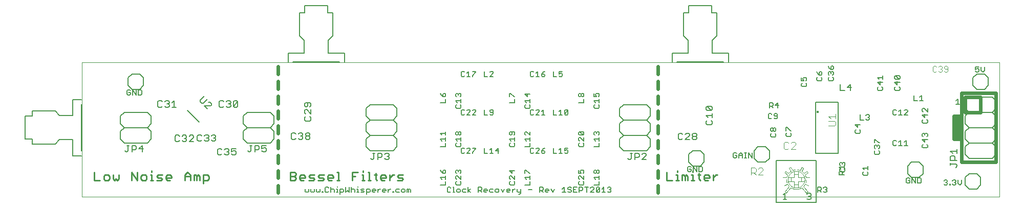
<source format=gbr>
G75*
%MOIN*%
%OFA0B0*%
%FSLAX24Y24*%
%IPPOS*%
%LPD*%
%AMOC8*
5,1,8,0,0,1.08239X$1,22.5*
%
%ADD10C,0.0000*%
%ADD11C,0.0240*%
%ADD12C,0.0060*%
%ADD13C,0.0110*%
%ADD14C,0.0080*%
%ADD15C,0.0157*%
%ADD16C,0.0040*%
%ADD17C,0.0020*%
%ADD18C,0.0050*%
%ADD19C,0.0030*%
D10*
X003851Y002794D02*
X003851Y011539D01*
X063593Y011539D01*
X063593Y002794D01*
X003851Y002794D01*
X003851Y005094D02*
X003851Y009494D01*
X016901Y011544D02*
X021301Y011544D01*
X041901Y011544D02*
X046301Y011544D01*
D11*
X041351Y011294D02*
X041351Y010804D01*
X041351Y010324D02*
X041351Y009834D01*
X041351Y009354D02*
X041351Y008864D01*
X041351Y008384D02*
X041351Y007894D01*
X041351Y007414D02*
X041351Y006924D01*
X041351Y006444D02*
X041351Y005954D01*
X041351Y005474D02*
X041351Y004984D01*
X041351Y004504D02*
X041351Y004014D01*
X041351Y003534D02*
X041351Y003044D01*
X060601Y006544D02*
X060601Y008044D01*
X060851Y008044D01*
X060851Y006544D01*
X060601Y006544D01*
X060851Y006544D02*
X061101Y006544D01*
X061101Y005044D01*
X063351Y005044D01*
X063351Y009544D01*
X061101Y009544D01*
X061101Y008044D01*
X061101Y006544D01*
X060976Y006669D02*
X060976Y007919D01*
X060851Y008044D02*
X061101Y008044D01*
X061351Y008294D02*
X061351Y009294D01*
X062351Y009294D01*
X062351Y008294D01*
X061351Y008294D01*
X016601Y008384D02*
X016601Y007894D01*
X016601Y007414D02*
X016601Y006924D01*
X016601Y006444D02*
X016601Y005954D01*
X016601Y005474D02*
X016601Y004984D01*
X016601Y004504D02*
X016601Y004014D01*
X016601Y003534D02*
X016601Y003044D01*
X016601Y008864D02*
X016601Y009354D01*
X016601Y009834D02*
X016601Y010324D01*
X016601Y010804D02*
X016601Y011294D01*
D12*
X007851Y010544D02*
X007851Y010044D01*
X007601Y009794D01*
X007101Y009794D01*
X006851Y010044D01*
X006851Y010544D01*
X007101Y010794D01*
X007601Y010794D01*
X007851Y010544D01*
X007682Y009765D02*
X007512Y009765D01*
X007512Y009424D01*
X007682Y009424D01*
X007739Y009481D01*
X007739Y009708D01*
X007682Y009765D01*
X007371Y009765D02*
X007371Y009424D01*
X007144Y009765D01*
X007144Y009424D01*
X007003Y009481D02*
X007003Y009595D01*
X006889Y009595D01*
X006776Y009708D02*
X006776Y009481D01*
X006832Y009424D01*
X006946Y009424D01*
X007003Y009481D01*
X007003Y009708D02*
X006946Y009765D01*
X006832Y009765D01*
X006776Y009708D01*
X006601Y008294D02*
X008101Y008294D01*
X008351Y008044D01*
X008351Y007544D01*
X008101Y007294D01*
X006601Y007294D01*
X006351Y007044D01*
X006351Y006544D01*
X006601Y006294D01*
X008101Y006294D01*
X008351Y006544D01*
X008351Y007044D01*
X008101Y007294D01*
X006601Y007294D02*
X006351Y007544D01*
X006351Y008044D01*
X006601Y008294D01*
X014351Y008044D02*
X014351Y007544D01*
X014601Y007294D01*
X016101Y007294D01*
X016351Y007044D01*
X016351Y006544D01*
X016101Y006294D01*
X014601Y006294D01*
X014351Y006544D01*
X014351Y007044D01*
X014601Y007294D01*
X016101Y007294D02*
X016351Y007544D01*
X016351Y008044D01*
X016101Y008294D01*
X014601Y008294D01*
X014351Y008044D01*
X022351Y008044D02*
X022601Y007794D01*
X024101Y007794D01*
X024351Y007544D01*
X024351Y007044D01*
X024101Y006794D01*
X024351Y006544D01*
X024351Y006044D01*
X024101Y005794D01*
X022601Y005794D01*
X022351Y006044D01*
X022351Y006544D01*
X022601Y006794D01*
X024101Y006794D01*
X022601Y006794D02*
X022351Y007044D01*
X022351Y007544D01*
X022601Y007794D01*
X022351Y008044D02*
X022351Y008544D01*
X022601Y008794D01*
X024101Y008794D01*
X024351Y008544D01*
X024351Y008044D01*
X024101Y007794D01*
X027180Y006919D02*
X027521Y006919D01*
X027521Y006806D02*
X027521Y007033D01*
X027294Y006806D02*
X027180Y006919D01*
X027521Y006665D02*
X027521Y006438D01*
X027521Y006551D02*
X027180Y006551D01*
X027294Y006438D01*
X027521Y006296D02*
X027521Y006069D01*
X027180Y006069D01*
X028180Y006126D02*
X028237Y006069D01*
X028464Y006069D01*
X028521Y006126D01*
X028521Y006240D01*
X028464Y006296D01*
X028521Y006438D02*
X028521Y006665D01*
X028521Y006551D02*
X028180Y006551D01*
X028294Y006438D01*
X028237Y006296D02*
X028180Y006240D01*
X028180Y006126D01*
X028531Y005908D02*
X028531Y005681D01*
X028587Y005624D01*
X028701Y005624D01*
X028757Y005681D01*
X028899Y005624D02*
X029126Y005851D01*
X029126Y005908D01*
X029069Y005965D01*
X028956Y005965D01*
X028899Y005908D01*
X028757Y005908D02*
X028701Y005965D01*
X028587Y005965D01*
X028531Y005908D01*
X029267Y005965D02*
X029494Y005965D01*
X029494Y005908D01*
X029267Y005681D01*
X029267Y005624D01*
X029126Y005624D02*
X028899Y005624D01*
X030031Y005624D02*
X030031Y005965D01*
X030399Y005851D02*
X030512Y005965D01*
X030512Y005624D01*
X030399Y005624D02*
X030626Y005624D01*
X030767Y005795D02*
X030994Y005795D01*
X030937Y005965D02*
X030767Y005795D01*
X030937Y005965D02*
X030937Y005624D01*
X030257Y005624D02*
X030031Y005624D01*
X031680Y006126D02*
X031737Y006069D01*
X031964Y006069D01*
X032021Y006126D01*
X032021Y006240D01*
X031964Y006296D01*
X032021Y006438D02*
X032021Y006665D01*
X032021Y006551D02*
X031680Y006551D01*
X031794Y006438D01*
X031737Y006296D02*
X031680Y006240D01*
X031680Y006126D01*
X032680Y006069D02*
X033021Y006069D01*
X033021Y006296D01*
X033021Y006438D02*
X033021Y006665D01*
X033021Y006551D02*
X032680Y006551D01*
X032794Y006438D01*
X032737Y006806D02*
X032680Y006863D01*
X032680Y006976D01*
X032737Y007033D01*
X032794Y007033D01*
X033021Y006806D01*
X033021Y007033D01*
X032021Y006976D02*
X032021Y006863D01*
X031964Y006806D01*
X031850Y006863D02*
X031850Y007033D01*
X031737Y007033D02*
X031964Y007033D01*
X032021Y006976D01*
X031850Y006863D02*
X031794Y006806D01*
X031737Y006806D01*
X031680Y006863D01*
X031680Y006976D01*
X031737Y007033D01*
X028521Y006976D02*
X028521Y006863D01*
X028464Y006806D01*
X028407Y006806D01*
X028350Y006863D01*
X028350Y006976D01*
X028407Y007033D01*
X028464Y007033D01*
X028521Y006976D01*
X028350Y006976D02*
X028294Y007033D01*
X028237Y007033D01*
X028180Y006976D01*
X028180Y006863D01*
X028237Y006806D01*
X028294Y006806D01*
X028350Y006863D01*
X033031Y005908D02*
X033031Y005681D01*
X033087Y005624D01*
X033201Y005624D01*
X033257Y005681D01*
X033399Y005624D02*
X033626Y005851D01*
X033626Y005908D01*
X033569Y005965D01*
X033456Y005965D01*
X033399Y005908D01*
X033257Y005908D02*
X033201Y005965D01*
X033087Y005965D01*
X033031Y005908D01*
X033399Y005624D02*
X033626Y005624D01*
X033767Y005681D02*
X033767Y005795D01*
X033937Y005795D01*
X033994Y005738D01*
X033994Y005681D01*
X033937Y005624D01*
X033824Y005624D01*
X033767Y005681D01*
X033767Y005795D02*
X033881Y005908D01*
X033994Y005965D01*
X034531Y005965D02*
X034531Y005624D01*
X034757Y005624D01*
X034899Y005624D02*
X035126Y005624D01*
X035012Y005624D02*
X035012Y005965D01*
X034899Y005851D01*
X035267Y005795D02*
X035381Y005851D01*
X035437Y005851D01*
X035494Y005795D01*
X035494Y005681D01*
X035437Y005624D01*
X035324Y005624D01*
X035267Y005681D01*
X035267Y005795D02*
X035267Y005965D01*
X035494Y005965D01*
X036180Y006126D02*
X036237Y006069D01*
X036464Y006069D01*
X036521Y006126D01*
X036521Y006240D01*
X036464Y006296D01*
X036521Y006438D02*
X036294Y006665D01*
X036237Y006665D01*
X036180Y006608D01*
X036180Y006494D01*
X036237Y006438D01*
X036237Y006296D02*
X036180Y006240D01*
X036180Y006126D01*
X036521Y006438D02*
X036521Y006665D01*
X036464Y006806D02*
X036237Y006806D01*
X036180Y006863D01*
X036180Y006976D01*
X036237Y007033D01*
X036464Y006806D01*
X036521Y006863D01*
X036521Y006976D01*
X036464Y007033D01*
X036237Y007033D01*
X037180Y006976D02*
X037180Y006863D01*
X037237Y006806D01*
X037350Y006919D02*
X037350Y006976D01*
X037407Y007033D01*
X037464Y007033D01*
X037521Y006976D01*
X037521Y006863D01*
X037464Y006806D01*
X037521Y006665D02*
X037521Y006438D01*
X037521Y006551D02*
X037180Y006551D01*
X037294Y006438D01*
X037521Y006296D02*
X037521Y006069D01*
X037180Y006069D01*
X038851Y006044D02*
X038851Y006544D01*
X039101Y006794D01*
X040601Y006794D01*
X040851Y006544D01*
X040851Y006044D01*
X040601Y005794D01*
X039101Y005794D01*
X038851Y006044D01*
X039101Y006794D02*
X038851Y007044D01*
X038851Y007544D01*
X039101Y007794D01*
X040601Y007794D01*
X040851Y007544D01*
X040851Y007044D01*
X040601Y006794D01*
X037350Y006976D02*
X037294Y007033D01*
X037237Y007033D01*
X037180Y006976D01*
X038851Y008044D02*
X039101Y007794D01*
X038851Y008044D02*
X038851Y008544D01*
X039101Y008794D01*
X040601Y008794D01*
X040851Y008544D01*
X040851Y008044D01*
X040601Y007794D01*
X037521Y008626D02*
X037464Y008569D01*
X037237Y008569D01*
X037180Y008626D01*
X037180Y008740D01*
X037237Y008796D01*
X037294Y008938D02*
X037180Y009051D01*
X037521Y009051D01*
X037521Y008938D02*
X037521Y009165D01*
X037464Y009306D02*
X037521Y009363D01*
X037521Y009476D01*
X037464Y009533D01*
X037350Y009533D01*
X037294Y009476D01*
X037294Y009419D01*
X037350Y009306D01*
X037180Y009306D01*
X037180Y009533D01*
X036521Y009476D02*
X036521Y009363D01*
X036464Y009306D01*
X036407Y009306D01*
X036350Y009363D01*
X036350Y009476D01*
X036407Y009533D01*
X036464Y009533D01*
X036521Y009476D01*
X036350Y009476D02*
X036294Y009533D01*
X036237Y009533D01*
X036180Y009476D01*
X036180Y009363D01*
X036237Y009306D01*
X036294Y009306D01*
X036350Y009363D01*
X036521Y009165D02*
X036521Y008938D01*
X036180Y008938D01*
X037464Y008796D02*
X037521Y008740D01*
X037521Y008626D01*
X035494Y008408D02*
X035267Y008181D01*
X035324Y008124D01*
X035437Y008124D01*
X035494Y008181D01*
X035494Y008408D01*
X035437Y008465D01*
X035324Y008465D01*
X035267Y008408D01*
X035267Y008181D01*
X035126Y008124D02*
X034899Y008124D01*
X035012Y008124D02*
X035012Y008465D01*
X034899Y008351D01*
X034531Y008465D02*
X034531Y008124D01*
X034757Y008124D01*
X033994Y008124D02*
X033767Y008124D01*
X033881Y008124D02*
X033881Y008465D01*
X033767Y008351D01*
X033626Y008351D02*
X033626Y008408D01*
X033569Y008465D01*
X033456Y008465D01*
X033399Y008408D01*
X033257Y008408D02*
X033201Y008465D01*
X033087Y008465D01*
X033031Y008408D01*
X033031Y008181D01*
X033087Y008124D01*
X033201Y008124D01*
X033257Y008181D01*
X033399Y008124D02*
X033626Y008351D01*
X033021Y008626D02*
X032964Y008569D01*
X032737Y008569D01*
X032680Y008626D01*
X032680Y008740D01*
X032737Y008796D01*
X032794Y008938D02*
X032680Y009051D01*
X033021Y009051D01*
X033021Y008938D02*
X033021Y009165D01*
X032850Y009306D02*
X032850Y009533D01*
X032680Y009476D02*
X032850Y009306D01*
X032680Y009476D02*
X033021Y009476D01*
X032021Y009306D02*
X031964Y009306D01*
X031737Y009533D01*
X031680Y009533D01*
X031680Y009306D01*
X032021Y009165D02*
X032021Y008938D01*
X031680Y008938D01*
X032964Y008796D02*
X033021Y008740D01*
X033021Y008626D01*
X030626Y008408D02*
X030626Y008181D01*
X030569Y008124D01*
X030456Y008124D01*
X030399Y008181D01*
X030456Y008295D02*
X030626Y008295D01*
X030626Y008408D02*
X030569Y008465D01*
X030456Y008465D01*
X030399Y008408D01*
X030399Y008351D01*
X030456Y008295D01*
X030257Y008124D02*
X030031Y008124D01*
X030031Y008465D01*
X029494Y008408D02*
X029437Y008465D01*
X029324Y008465D01*
X029267Y008408D01*
X029126Y008408D02*
X029069Y008465D01*
X028956Y008465D01*
X028899Y008408D01*
X028757Y008408D02*
X028701Y008465D01*
X028587Y008465D01*
X028531Y008408D01*
X028531Y008181D01*
X028587Y008124D01*
X028701Y008124D01*
X028757Y008181D01*
X028899Y008124D02*
X029126Y008351D01*
X029126Y008408D01*
X029267Y008124D02*
X029494Y008351D01*
X029494Y008408D01*
X029494Y008124D02*
X029267Y008124D01*
X029126Y008124D02*
X028899Y008124D01*
X028464Y008569D02*
X028521Y008626D01*
X028521Y008740D01*
X028464Y008796D01*
X028521Y008938D02*
X028521Y009165D01*
X028521Y009051D02*
X028180Y009051D01*
X028294Y008938D01*
X028237Y008796D02*
X028180Y008740D01*
X028180Y008626D01*
X028237Y008569D01*
X028464Y008569D01*
X027521Y008938D02*
X027180Y008938D01*
X027521Y008938D02*
X027521Y009165D01*
X027464Y009306D02*
X027350Y009306D01*
X027350Y009476D01*
X027407Y009533D01*
X027464Y009533D01*
X027521Y009476D01*
X027521Y009363D01*
X027464Y009306D01*
X027350Y009306D02*
X027237Y009419D01*
X027180Y009533D01*
X028180Y009476D02*
X028180Y009363D01*
X028237Y009306D01*
X028350Y009419D02*
X028350Y009476D01*
X028407Y009533D01*
X028464Y009533D01*
X028521Y009476D01*
X028521Y009363D01*
X028464Y009306D01*
X028350Y009476D02*
X028294Y009533D01*
X028237Y009533D01*
X028180Y009476D01*
X028587Y010624D02*
X028701Y010624D01*
X028757Y010681D01*
X028899Y010624D02*
X029126Y010624D01*
X029012Y010624D02*
X029012Y010965D01*
X028899Y010851D01*
X028757Y010908D02*
X028701Y010965D01*
X028587Y010965D01*
X028531Y010908D01*
X028531Y010681D01*
X028587Y010624D01*
X029267Y010624D02*
X029267Y010681D01*
X029494Y010908D01*
X029494Y010965D01*
X029267Y010965D01*
X030031Y010965D02*
X030031Y010624D01*
X030257Y010624D01*
X030399Y010624D02*
X030626Y010851D01*
X030626Y010908D01*
X030569Y010965D01*
X030456Y010965D01*
X030399Y010908D01*
X030399Y010624D02*
X030626Y010624D01*
X033031Y010681D02*
X033087Y010624D01*
X033201Y010624D01*
X033257Y010681D01*
X033399Y010624D02*
X033626Y010624D01*
X033512Y010624D02*
X033512Y010965D01*
X033399Y010851D01*
X033257Y010908D02*
X033201Y010965D01*
X033087Y010965D01*
X033031Y010908D01*
X033031Y010681D01*
X033767Y010681D02*
X033824Y010624D01*
X033937Y010624D01*
X033994Y010681D01*
X033994Y010738D01*
X033937Y010795D01*
X033767Y010795D01*
X033767Y010681D01*
X033767Y010795D02*
X033881Y010908D01*
X033994Y010965D01*
X034531Y010965D02*
X034531Y010624D01*
X034757Y010624D01*
X034899Y010681D02*
X034956Y010624D01*
X035069Y010624D01*
X035126Y010681D01*
X035126Y010795D01*
X035069Y010851D01*
X035012Y010851D01*
X034899Y010795D01*
X034899Y010965D01*
X035126Y010965D01*
X033626Y008124D02*
X033399Y008124D01*
X043351Y005544D02*
X043601Y005794D01*
X044101Y005794D01*
X044351Y005544D01*
X044351Y005044D01*
X044101Y004794D01*
X043601Y004794D01*
X043351Y005044D01*
X043351Y005544D01*
X046256Y005608D02*
X046256Y005381D01*
X046312Y005324D01*
X046426Y005324D01*
X046482Y005381D01*
X046482Y005495D01*
X046369Y005495D01*
X046256Y005608D02*
X046312Y005665D01*
X046426Y005665D01*
X046482Y005608D01*
X046624Y005551D02*
X046737Y005665D01*
X046851Y005551D01*
X046851Y005324D01*
X046992Y005324D02*
X047106Y005324D01*
X047049Y005324D02*
X047049Y005665D01*
X046992Y005665D02*
X047106Y005665D01*
X047238Y005665D02*
X047465Y005324D01*
X047465Y005665D01*
X047601Y005794D02*
X047851Y006044D01*
X048351Y006044D01*
X048601Y005794D01*
X048601Y005294D01*
X048351Y005044D01*
X047851Y005044D01*
X047601Y005294D01*
X047601Y005794D01*
X047238Y005665D02*
X047238Y005324D01*
X046851Y005495D02*
X046624Y005495D01*
X046624Y005551D02*
X046624Y005324D01*
X049051Y005160D02*
X049051Y002408D01*
X051650Y002408D01*
X051650Y005160D01*
X049051Y005160D01*
X053130Y004706D02*
X053244Y004593D01*
X053180Y004608D02*
X053180Y004494D01*
X053237Y004438D01*
X053464Y004438D01*
X053521Y004494D01*
X053521Y004608D01*
X053464Y004665D01*
X053471Y004706D02*
X053130Y004706D01*
X053180Y004608D02*
X053237Y004665D01*
X053237Y004806D02*
X053180Y004863D01*
X053180Y004976D01*
X053237Y005033D01*
X053294Y005033D01*
X053350Y004976D01*
X053407Y005033D01*
X053464Y005033D01*
X053521Y004976D01*
X053521Y004863D01*
X053464Y004806D01*
X053471Y004820D02*
X053471Y004593D01*
X053471Y004451D02*
X053357Y004338D01*
X053357Y004395D02*
X053357Y004224D01*
X053471Y004224D02*
X053130Y004224D01*
X053130Y004395D01*
X053187Y004451D01*
X053300Y004451D01*
X053357Y004395D01*
X054680Y004358D02*
X054680Y004244D01*
X054737Y004188D01*
X054964Y004188D01*
X055021Y004244D01*
X055021Y004358D01*
X054964Y004415D01*
X055021Y004556D02*
X055021Y004783D01*
X055021Y004669D02*
X054680Y004669D01*
X054794Y004556D01*
X054737Y004415D02*
X054680Y004358D01*
X053350Y004919D02*
X053350Y004976D01*
X055430Y005626D02*
X055487Y005569D01*
X055714Y005569D01*
X055771Y005626D01*
X055771Y005740D01*
X055714Y005796D01*
X055714Y005938D02*
X055771Y005994D01*
X055771Y006108D01*
X055714Y006165D01*
X055657Y006165D01*
X055600Y006108D01*
X055600Y006051D01*
X055600Y006108D02*
X055544Y006165D01*
X055487Y006165D01*
X055430Y006108D01*
X055430Y005994D01*
X055487Y005938D01*
X055487Y005796D02*
X055430Y005740D01*
X055430Y005626D01*
X056656Y006181D02*
X056712Y006124D01*
X056826Y006124D01*
X056882Y006181D01*
X057024Y006124D02*
X057251Y006124D01*
X057137Y006124D02*
X057137Y006465D01*
X057024Y006351D01*
X056882Y006408D02*
X056826Y006465D01*
X056712Y006465D01*
X056656Y006408D01*
X056656Y006181D01*
X055771Y006306D02*
X055714Y006306D01*
X055487Y006533D01*
X055430Y006533D01*
X055430Y006306D01*
X057392Y006351D02*
X057506Y006465D01*
X057506Y006124D01*
X057619Y006124D02*
X057392Y006124D01*
X058555Y006145D02*
X058555Y006031D01*
X058612Y005974D01*
X058839Y005974D01*
X058896Y006031D01*
X058896Y006145D01*
X058839Y006201D01*
X058725Y006343D02*
X058725Y006570D01*
X058555Y006513D02*
X058896Y006513D01*
X058839Y006711D02*
X058896Y006768D01*
X058896Y006881D01*
X058839Y006938D01*
X058782Y006938D01*
X058725Y006881D01*
X058725Y006824D01*
X058725Y006881D02*
X058669Y006938D01*
X058612Y006938D01*
X058555Y006881D01*
X058555Y006768D01*
X058612Y006711D01*
X058555Y006513D02*
X058725Y006343D01*
X058612Y006201D02*
X058555Y006145D01*
X061351Y006044D02*
X061351Y005544D01*
X061601Y005294D01*
X063101Y005294D01*
X063351Y005544D01*
X063351Y006044D01*
X063101Y006294D01*
X061601Y006294D01*
X061351Y006044D01*
X061601Y006294D02*
X061351Y006544D01*
X061351Y007044D01*
X061601Y007294D01*
X063101Y007294D01*
X063351Y007044D01*
X063351Y006544D01*
X063101Y006294D01*
X063101Y007294D02*
X063351Y007544D01*
X063351Y008044D01*
X063101Y008294D01*
X061601Y008294D01*
X061351Y008044D01*
X061351Y007544D01*
X061601Y007294D01*
X058896Y007656D02*
X058896Y007770D01*
X058839Y007826D01*
X058896Y007656D02*
X058839Y007599D01*
X058612Y007599D01*
X058555Y007656D01*
X058555Y007770D01*
X058612Y007826D01*
X058725Y007968D02*
X058725Y008195D01*
X058555Y008138D02*
X058725Y007968D01*
X058555Y008138D02*
X058896Y008138D01*
X058896Y008336D02*
X058669Y008563D01*
X058612Y008563D01*
X058555Y008506D01*
X058555Y008393D01*
X058612Y008336D01*
X058896Y008336D02*
X058896Y008563D01*
X057619Y008408D02*
X057562Y008465D01*
X057449Y008465D01*
X057392Y008408D01*
X057619Y008408D02*
X057619Y008351D01*
X057392Y008124D01*
X057619Y008124D01*
X057251Y008124D02*
X057024Y008124D01*
X057137Y008124D02*
X057137Y008465D01*
X057024Y008351D01*
X056882Y008408D02*
X056826Y008465D01*
X056712Y008465D01*
X056656Y008408D01*
X056656Y008181D01*
X056712Y008124D01*
X056826Y008124D01*
X056882Y008181D01*
X055114Y008083D02*
X055114Y008026D01*
X055057Y007970D01*
X055114Y007913D01*
X055114Y007856D01*
X055057Y007799D01*
X054944Y007799D01*
X054887Y007856D01*
X054746Y007799D02*
X054519Y007799D01*
X054519Y008140D01*
X054887Y008083D02*
X054944Y008140D01*
X055057Y008140D01*
X055114Y008083D01*
X055057Y007970D02*
X055001Y007970D01*
X054521Y007476D02*
X054180Y007476D01*
X054350Y007306D01*
X054350Y007533D01*
X054237Y007165D02*
X054180Y007108D01*
X054180Y006994D01*
X054237Y006938D01*
X054464Y006938D01*
X054521Y006994D01*
X054521Y007108D01*
X054464Y007165D01*
X050021Y007093D02*
X049964Y007093D01*
X049737Y007320D01*
X049680Y007320D01*
X049680Y007093D01*
X049737Y006951D02*
X049680Y006895D01*
X049680Y006781D01*
X049737Y006724D01*
X049964Y006724D01*
X050021Y006781D01*
X050021Y006895D01*
X049964Y006951D01*
X049021Y006858D02*
X049021Y006744D01*
X048964Y006688D01*
X048737Y006688D01*
X048680Y006744D01*
X048680Y006858D01*
X048737Y006915D01*
X048737Y007056D02*
X048794Y007056D01*
X048850Y007113D01*
X048850Y007226D01*
X048907Y007283D01*
X048964Y007283D01*
X049021Y007226D01*
X049021Y007113D01*
X048964Y007056D01*
X048907Y007056D01*
X048850Y007113D01*
X048850Y007226D02*
X048794Y007283D01*
X048737Y007283D01*
X048680Y007226D01*
X048680Y007113D01*
X048737Y007056D01*
X048964Y006915D02*
X049021Y006858D01*
X049069Y007874D02*
X048956Y007874D01*
X048899Y007931D01*
X048956Y008045D02*
X049126Y008045D01*
X049126Y008158D02*
X049069Y008215D01*
X048956Y008215D01*
X048899Y008158D01*
X048899Y008101D01*
X048956Y008045D01*
X049126Y007931D02*
X049126Y008158D01*
X049126Y007931D02*
X049069Y007874D01*
X048757Y007931D02*
X048701Y007874D01*
X048587Y007874D01*
X048531Y007931D01*
X048531Y008158D01*
X048587Y008215D01*
X048701Y008215D01*
X048757Y008158D01*
X048846Y008574D02*
X048732Y008688D01*
X048789Y008688D02*
X048619Y008688D01*
X048619Y008574D02*
X048619Y008915D01*
X048789Y008915D01*
X048846Y008858D01*
X048846Y008745D01*
X048789Y008688D01*
X048987Y008745D02*
X049214Y008745D01*
X049157Y008915D02*
X049157Y008574D01*
X048987Y008745D02*
X049157Y008915D01*
X050680Y010031D02*
X050737Y009974D01*
X050964Y009974D01*
X051021Y010031D01*
X051021Y010145D01*
X050964Y010201D01*
X050964Y010343D02*
X051021Y010399D01*
X051021Y010513D01*
X050964Y010570D01*
X050850Y010570D01*
X050794Y010513D01*
X050794Y010456D01*
X050850Y010343D01*
X050680Y010343D01*
X050680Y010570D01*
X050737Y010201D02*
X050680Y010145D01*
X050680Y010031D01*
X051680Y010406D02*
X051737Y010349D01*
X051964Y010349D01*
X052021Y010406D01*
X052021Y010520D01*
X051964Y010576D01*
X051964Y010718D02*
X052021Y010774D01*
X052021Y010888D01*
X051964Y010945D01*
X051907Y010945D01*
X051850Y010888D01*
X051850Y010718D01*
X051964Y010718D01*
X051850Y010718D02*
X051737Y010831D01*
X051680Y010945D01*
X052430Y010888D02*
X052487Y010945D01*
X052544Y010945D01*
X052600Y010888D01*
X052657Y010945D01*
X052714Y010945D01*
X052771Y010888D01*
X052771Y010774D01*
X052714Y010718D01*
X052714Y010576D02*
X052771Y010520D01*
X052771Y010406D01*
X052714Y010349D01*
X052487Y010349D01*
X052430Y010406D01*
X052430Y010520D01*
X052487Y010576D01*
X052487Y010718D02*
X052430Y010774D01*
X052430Y010888D01*
X052600Y010888D02*
X052600Y010831D01*
X052600Y011086D02*
X052600Y011256D01*
X052657Y011313D01*
X052714Y011313D01*
X052771Y011256D01*
X052771Y011143D01*
X052714Y011086D01*
X052600Y011086D01*
X052487Y011199D01*
X052430Y011313D01*
X051737Y010576D02*
X051680Y010520D01*
X051680Y010406D01*
X055630Y010258D02*
X055800Y010088D01*
X055800Y010315D01*
X055744Y010456D02*
X055630Y010569D01*
X055971Y010569D01*
X055971Y010456D02*
X055971Y010683D01*
X056755Y010626D02*
X056755Y010513D01*
X056812Y010456D01*
X057039Y010456D01*
X056812Y010683D01*
X057039Y010683D01*
X057096Y010626D01*
X057096Y010513D01*
X057039Y010456D01*
X056925Y010315D02*
X056925Y010088D01*
X056755Y010258D01*
X057096Y010258D01*
X057039Y009946D02*
X057096Y009890D01*
X057096Y009776D01*
X057039Y009719D01*
X056812Y009719D01*
X056755Y009776D01*
X056755Y009890D01*
X056812Y009946D01*
X055971Y009890D02*
X055971Y009776D01*
X055914Y009719D01*
X055687Y009719D01*
X055630Y009776D01*
X055630Y009890D01*
X055687Y009946D01*
X055914Y009946D02*
X055971Y009890D01*
X055971Y010258D02*
X055630Y010258D01*
X056755Y010626D02*
X056812Y010683D01*
X061851Y010544D02*
X061851Y010044D01*
X062101Y009794D01*
X062601Y009794D01*
X062851Y010044D01*
X062851Y010544D01*
X062601Y010794D01*
X062101Y010794D01*
X061851Y010544D01*
X062076Y010924D02*
X062019Y010981D01*
X062076Y010924D02*
X062189Y010924D01*
X062246Y010981D01*
X062246Y011095D01*
X062189Y011151D01*
X062132Y011151D01*
X062019Y011095D01*
X062019Y011265D01*
X062246Y011265D01*
X062387Y011265D02*
X062387Y011038D01*
X062501Y010924D01*
X062614Y011038D01*
X062614Y011265D01*
X063101Y009294D02*
X061601Y009294D01*
X061351Y009044D01*
X061351Y008544D01*
X061601Y008294D01*
X063101Y008294D02*
X063351Y008544D01*
X063351Y009044D01*
X063101Y009294D01*
X060982Y008824D02*
X060756Y008824D01*
X060869Y008824D02*
X060869Y009165D01*
X060756Y009051D01*
X058614Y009049D02*
X058387Y009049D01*
X058501Y009049D02*
X058501Y009390D01*
X058387Y009276D01*
X058019Y009390D02*
X058019Y009049D01*
X058246Y009049D01*
X058351Y005044D02*
X057851Y005044D01*
X057601Y004794D01*
X057601Y004294D01*
X057851Y004044D01*
X058351Y004044D01*
X058601Y004294D01*
X058601Y004794D01*
X058351Y005044D01*
X061351Y004044D02*
X061601Y004294D01*
X062101Y004294D01*
X062351Y004044D01*
X062351Y003544D01*
X062101Y003294D01*
X061601Y003294D01*
X061351Y003544D01*
X061351Y004044D01*
X061114Y003890D02*
X061114Y003663D01*
X061001Y003549D01*
X060887Y003663D01*
X060887Y003890D01*
X060746Y003833D02*
X060689Y003890D01*
X060576Y003890D01*
X060519Y003833D01*
X060632Y003720D02*
X060689Y003720D01*
X060746Y003663D01*
X060746Y003606D01*
X060689Y003549D01*
X060576Y003549D01*
X060519Y003606D01*
X060392Y003606D02*
X060392Y003549D01*
X060335Y003549D01*
X060335Y003606D01*
X060392Y003606D01*
X060193Y003606D02*
X060137Y003549D01*
X060023Y003549D01*
X059967Y003606D01*
X060080Y003720D02*
X060137Y003720D01*
X060193Y003663D01*
X060193Y003606D01*
X060137Y003720D02*
X060193Y003776D01*
X060193Y003833D01*
X060137Y003890D01*
X060023Y003890D01*
X059967Y003833D01*
X060689Y003720D02*
X060746Y003776D01*
X060746Y003833D01*
X058489Y003731D02*
X058432Y003674D01*
X058262Y003674D01*
X058262Y004015D01*
X058432Y004015D01*
X058489Y003958D01*
X058489Y003731D01*
X058121Y003674D02*
X058121Y004015D01*
X057894Y004015D02*
X058121Y003674D01*
X057894Y003674D02*
X057894Y004015D01*
X057753Y003958D02*
X057696Y004015D01*
X057582Y004015D01*
X057526Y003958D01*
X057526Y003731D01*
X057582Y003674D01*
X057696Y003674D01*
X057753Y003731D01*
X057753Y003845D01*
X057639Y003845D01*
X052351Y003358D02*
X052351Y003301D01*
X052294Y003245D01*
X052351Y003188D01*
X052351Y003131D01*
X052294Y003074D01*
X052181Y003074D01*
X052124Y003131D01*
X051982Y003074D02*
X051869Y003188D01*
X051926Y003188D02*
X051756Y003188D01*
X051756Y003074D02*
X051756Y003415D01*
X051926Y003415D01*
X051982Y003358D01*
X051982Y003245D01*
X051926Y003188D01*
X052124Y003358D02*
X052181Y003415D01*
X052294Y003415D01*
X052351Y003358D01*
X052294Y003245D02*
X052237Y003245D01*
X044239Y004481D02*
X044182Y004424D01*
X044012Y004424D01*
X044012Y004765D01*
X044182Y004765D01*
X044239Y004708D01*
X044239Y004481D01*
X043871Y004424D02*
X043871Y004765D01*
X043644Y004765D02*
X043871Y004424D01*
X043644Y004424D02*
X043644Y004765D01*
X043503Y004708D02*
X043446Y004765D01*
X043332Y004765D01*
X043276Y004708D01*
X043276Y004481D01*
X043332Y004424D01*
X043446Y004424D01*
X043503Y004481D01*
X043503Y004595D01*
X043389Y004595D01*
X038293Y003358D02*
X038293Y003301D01*
X038236Y003245D01*
X038293Y003188D01*
X038293Y003131D01*
X038236Y003074D01*
X038123Y003074D01*
X038066Y003131D01*
X037925Y003074D02*
X037698Y003074D01*
X037811Y003074D02*
X037811Y003415D01*
X037698Y003301D01*
X037556Y003358D02*
X037330Y003131D01*
X037386Y003074D01*
X037500Y003074D01*
X037556Y003131D01*
X037556Y003358D01*
X037500Y003415D01*
X037386Y003415D01*
X037330Y003358D01*
X037330Y003131D01*
X037188Y003074D02*
X036961Y003074D01*
X037188Y003301D01*
X037188Y003358D01*
X037131Y003415D01*
X037018Y003415D01*
X036961Y003358D01*
X036820Y003415D02*
X036593Y003415D01*
X036706Y003415D02*
X036706Y003074D01*
X036451Y003245D02*
X036395Y003188D01*
X036225Y003188D01*
X036225Y003074D02*
X036225Y003415D01*
X036395Y003415D01*
X036451Y003358D01*
X036451Y003245D01*
X036083Y003415D02*
X035856Y003415D01*
X035856Y003074D01*
X036083Y003074D01*
X035715Y003131D02*
X035658Y003074D01*
X035545Y003074D01*
X035488Y003131D01*
X035545Y003245D02*
X035658Y003245D01*
X035715Y003188D01*
X035715Y003131D01*
X035856Y003245D02*
X035970Y003245D01*
X035715Y003358D02*
X035658Y003415D01*
X035545Y003415D01*
X035488Y003358D01*
X035488Y003301D01*
X035545Y003245D01*
X035233Y003415D02*
X035120Y003301D01*
X035233Y003415D02*
X035233Y003074D01*
X035120Y003074D02*
X035347Y003074D01*
X034610Y003301D02*
X034496Y003074D01*
X034383Y003301D01*
X034242Y003245D02*
X034242Y003188D01*
X034015Y003188D01*
X034015Y003131D02*
X034015Y003245D01*
X034071Y003301D01*
X034185Y003301D01*
X034242Y003245D01*
X034071Y003074D02*
X034015Y003131D01*
X034071Y003074D02*
X034185Y003074D01*
X033873Y003074D02*
X033760Y003188D01*
X033817Y003188D02*
X033646Y003188D01*
X033646Y003074D02*
X033646Y003415D01*
X033817Y003415D01*
X033873Y003358D01*
X033873Y003245D01*
X033817Y003188D01*
X033137Y003245D02*
X032910Y003245D01*
X032400Y003301D02*
X032400Y003018D01*
X032343Y002961D01*
X032287Y002961D01*
X032230Y003074D02*
X032400Y003074D01*
X032230Y003074D02*
X032173Y003131D01*
X032173Y003301D01*
X032036Y003301D02*
X031980Y003301D01*
X031866Y003188D01*
X031866Y003301D02*
X031866Y003074D01*
X031725Y003188D02*
X031498Y003188D01*
X031498Y003131D02*
X031498Y003245D01*
X031555Y003301D01*
X031668Y003301D01*
X031725Y003245D01*
X031725Y003188D01*
X031668Y003074D02*
X031555Y003074D01*
X031498Y003131D01*
X031356Y003301D02*
X031243Y003074D01*
X031130Y003301D01*
X030988Y003245D02*
X030931Y003301D01*
X030818Y003301D01*
X030761Y003245D01*
X030761Y003131D01*
X030818Y003074D01*
X030931Y003074D01*
X030988Y003131D01*
X030988Y003245D01*
X030620Y003301D02*
X030450Y003301D01*
X030393Y003245D01*
X030393Y003131D01*
X030450Y003074D01*
X030620Y003074D01*
X030252Y003188D02*
X030025Y003188D01*
X030025Y003131D02*
X030025Y003245D01*
X030081Y003301D01*
X030195Y003301D01*
X030252Y003245D01*
X030252Y003188D01*
X030195Y003074D02*
X030081Y003074D01*
X030025Y003131D01*
X029883Y003074D02*
X029770Y003188D01*
X029827Y003188D02*
X029656Y003188D01*
X029656Y003074D02*
X029656Y003415D01*
X029827Y003415D01*
X029883Y003358D01*
X029883Y003245D01*
X029827Y003188D01*
X029151Y003301D02*
X028981Y003188D01*
X029151Y003074D01*
X028981Y003074D02*
X028981Y003415D01*
X028840Y003301D02*
X028670Y003301D01*
X028613Y003245D01*
X028613Y003131D01*
X028670Y003074D01*
X028840Y003074D01*
X028471Y003131D02*
X028471Y003245D01*
X028415Y003301D01*
X028301Y003301D01*
X028244Y003245D01*
X028244Y003131D01*
X028301Y003074D01*
X028415Y003074D01*
X028471Y003131D01*
X028112Y003074D02*
X027999Y003074D01*
X028056Y003074D02*
X028056Y003415D01*
X027999Y003415D01*
X027857Y003358D02*
X027801Y003415D01*
X027687Y003415D01*
X027631Y003358D01*
X027631Y003131D01*
X027687Y003074D01*
X027801Y003074D01*
X027857Y003131D01*
X027521Y003569D02*
X027180Y003569D01*
X027521Y003569D02*
X027521Y003796D01*
X027521Y003938D02*
X027521Y004165D01*
X027521Y004051D02*
X027180Y004051D01*
X027294Y003938D01*
X027350Y004306D02*
X027350Y004476D01*
X027407Y004533D01*
X027464Y004533D01*
X027521Y004476D01*
X027521Y004363D01*
X027464Y004306D01*
X027350Y004306D01*
X027237Y004419D01*
X027180Y004533D01*
X028180Y004476D02*
X028180Y004363D01*
X028237Y004306D01*
X028237Y004165D02*
X028180Y004108D01*
X028180Y003994D01*
X028237Y003938D01*
X028237Y003796D02*
X028180Y003740D01*
X028180Y003626D01*
X028237Y003569D01*
X028464Y003569D01*
X028521Y003626D01*
X028521Y003740D01*
X028464Y003796D01*
X028521Y003938D02*
X028294Y004165D01*
X028237Y004165D01*
X028464Y004306D02*
X028521Y004363D01*
X028521Y004476D01*
X028464Y004533D01*
X028407Y004533D01*
X028350Y004476D01*
X028350Y004419D01*
X028350Y004476D02*
X028294Y004533D01*
X028237Y004533D01*
X028180Y004476D01*
X028521Y004165D02*
X028521Y003938D01*
X031680Y003994D02*
X031737Y003938D01*
X031680Y003994D02*
X031680Y004108D01*
X031737Y004165D01*
X031794Y004165D01*
X032021Y003938D01*
X032021Y004165D01*
X031850Y004306D02*
X031850Y004533D01*
X031680Y004476D02*
X032021Y004476D01*
X031850Y004306D02*
X031680Y004476D01*
X032680Y004533D02*
X032680Y004306D01*
X032737Y004533D02*
X032964Y004306D01*
X033021Y004306D01*
X033021Y004165D02*
X033021Y003938D01*
X033021Y004051D02*
X032680Y004051D01*
X032794Y003938D01*
X033021Y003796D02*
X033021Y003569D01*
X032680Y003569D01*
X032021Y003626D02*
X032021Y003740D01*
X031964Y003796D01*
X032021Y003626D02*
X031964Y003569D01*
X031737Y003569D01*
X031680Y003626D01*
X031680Y003740D01*
X031737Y003796D01*
X032680Y004533D02*
X032737Y004533D01*
X036180Y004533D02*
X036180Y004306D01*
X036350Y004306D01*
X036294Y004419D01*
X036294Y004476D01*
X036350Y004533D01*
X036464Y004533D01*
X036521Y004476D01*
X036521Y004363D01*
X036464Y004306D01*
X036521Y004165D02*
X036521Y003938D01*
X036294Y004165D01*
X036237Y004165D01*
X036180Y004108D01*
X036180Y003994D01*
X036237Y003938D01*
X036237Y003796D02*
X036180Y003740D01*
X036180Y003626D01*
X036237Y003569D01*
X036464Y003569D01*
X036521Y003626D01*
X036521Y003740D01*
X036464Y003796D01*
X037180Y003569D02*
X037521Y003569D01*
X037521Y003796D01*
X037521Y003938D02*
X037521Y004165D01*
X037521Y004051D02*
X037180Y004051D01*
X037294Y003938D01*
X037294Y004306D02*
X037237Y004306D01*
X037180Y004363D01*
X037180Y004476D01*
X037237Y004533D01*
X037294Y004533D01*
X037350Y004476D01*
X037350Y004363D01*
X037294Y004306D01*
X037350Y004363D02*
X037407Y004306D01*
X037464Y004306D01*
X037521Y004363D01*
X037521Y004476D01*
X037464Y004533D01*
X037407Y004533D01*
X037350Y004476D01*
X038123Y003415D02*
X038236Y003415D01*
X038293Y003358D01*
X038236Y003245D02*
X038180Y003245D01*
X038066Y003358D02*
X038123Y003415D01*
X025237Y003245D02*
X025237Y003074D01*
X025124Y003074D02*
X025124Y003245D01*
X025180Y003301D01*
X025237Y003245D01*
X025124Y003245D02*
X025067Y003301D01*
X025010Y003301D01*
X025010Y003074D01*
X024869Y003131D02*
X024869Y003245D01*
X024812Y003301D01*
X024699Y003301D01*
X024642Y003245D01*
X024642Y003131D01*
X024699Y003074D01*
X024812Y003074D01*
X024869Y003131D01*
X024501Y003074D02*
X024330Y003074D01*
X024274Y003131D01*
X024274Y003245D01*
X024330Y003301D01*
X024501Y003301D01*
X024146Y003131D02*
X024146Y003074D01*
X024090Y003074D01*
X024090Y003131D01*
X024146Y003131D01*
X023953Y003301D02*
X023896Y003301D01*
X023783Y003188D01*
X023783Y003301D02*
X023783Y003074D01*
X023641Y003188D02*
X023414Y003188D01*
X023414Y003131D02*
X023414Y003245D01*
X023471Y003301D01*
X023584Y003301D01*
X023641Y003245D01*
X023641Y003188D01*
X023584Y003074D02*
X023471Y003074D01*
X023414Y003131D01*
X023277Y003301D02*
X023221Y003301D01*
X023107Y003188D01*
X023107Y003301D02*
X023107Y003074D01*
X022966Y003188D02*
X022739Y003188D01*
X022739Y003131D02*
X022739Y003245D01*
X022796Y003301D01*
X022909Y003301D01*
X022966Y003245D01*
X022966Y003188D01*
X022909Y003074D02*
X022796Y003074D01*
X022739Y003131D01*
X022598Y003131D02*
X022541Y003074D01*
X022371Y003074D01*
X022371Y002961D02*
X022371Y003301D01*
X022541Y003301D01*
X022598Y003245D01*
X022598Y003131D01*
X022229Y003131D02*
X022173Y003074D01*
X022002Y003074D01*
X022059Y003188D02*
X022002Y003245D01*
X022059Y003301D01*
X022229Y003301D01*
X022173Y003188D02*
X022059Y003188D01*
X022173Y003188D02*
X022229Y003131D01*
X021870Y003074D02*
X021757Y003074D01*
X021814Y003074D02*
X021814Y003301D01*
X021757Y003301D01*
X021814Y003415D02*
X021814Y003471D01*
X021615Y003245D02*
X021615Y003074D01*
X021389Y003074D02*
X021389Y003415D01*
X021445Y003301D02*
X021559Y003301D01*
X021615Y003245D01*
X021445Y003301D02*
X021389Y003245D01*
X021247Y003415D02*
X021247Y003074D01*
X021134Y003188D01*
X021020Y003074D01*
X021020Y003415D01*
X020879Y003245D02*
X020879Y003131D01*
X020822Y003074D01*
X020652Y003074D01*
X020652Y002961D02*
X020652Y003301D01*
X020822Y003301D01*
X020879Y003245D01*
X020463Y003301D02*
X020463Y003074D01*
X020406Y003074D02*
X020520Y003074D01*
X020265Y003074D02*
X020265Y003245D01*
X020208Y003301D01*
X020095Y003301D01*
X020038Y003245D01*
X020038Y003415D02*
X020038Y003074D01*
X019897Y003131D02*
X019840Y003074D01*
X019726Y003074D01*
X019670Y003131D01*
X019670Y003358D01*
X019726Y003415D01*
X019840Y003415D01*
X019897Y003358D01*
X019542Y003131D02*
X019542Y003074D01*
X019486Y003074D01*
X019486Y003131D01*
X019542Y003131D01*
X019344Y003131D02*
X019344Y003301D01*
X019344Y003131D02*
X019287Y003074D01*
X019231Y003131D01*
X019174Y003074D01*
X019117Y003131D01*
X019117Y003301D01*
X018976Y003301D02*
X018976Y003131D01*
X018919Y003074D01*
X018862Y003131D01*
X018806Y003074D01*
X018749Y003131D01*
X018749Y003301D01*
X018607Y003301D02*
X018607Y003131D01*
X018551Y003074D01*
X018494Y003131D01*
X018437Y003074D01*
X018381Y003131D01*
X018381Y003301D01*
X020406Y003301D02*
X020463Y003301D01*
X020463Y003415D02*
X020463Y003471D01*
D13*
X020444Y003849D02*
X020628Y003849D01*
X020536Y003849D02*
X020536Y004400D01*
X020444Y004400D01*
X020203Y004125D02*
X020112Y004216D01*
X019928Y004216D01*
X019837Y004125D01*
X019837Y003941D01*
X019928Y003849D01*
X020112Y003849D01*
X020203Y004033D02*
X019837Y004033D01*
X019596Y003941D02*
X019504Y004033D01*
X019321Y004033D01*
X019229Y004125D01*
X019321Y004216D01*
X019596Y004216D01*
X018988Y004216D02*
X018713Y004216D01*
X018621Y004125D01*
X018713Y004033D01*
X018896Y004033D01*
X018988Y003941D01*
X018896Y003849D01*
X018621Y003849D01*
X018380Y004033D02*
X018013Y004033D01*
X018013Y004125D02*
X018105Y004216D01*
X018289Y004216D01*
X018380Y004125D01*
X018380Y004033D01*
X018289Y003849D02*
X018105Y003849D01*
X018013Y003941D01*
X018013Y004125D01*
X017773Y004216D02*
X017681Y004125D01*
X017406Y004125D01*
X017406Y004400D02*
X017406Y003849D01*
X017681Y003849D01*
X017773Y003941D01*
X017773Y004033D01*
X017681Y004125D01*
X017773Y004216D02*
X017773Y004308D01*
X017681Y004400D01*
X017406Y004400D01*
X019229Y003849D02*
X019504Y003849D01*
X019596Y003941D01*
X020203Y004033D02*
X020203Y004125D01*
X021457Y004125D02*
X021641Y004125D01*
X021457Y004400D02*
X021457Y003849D01*
X022065Y003849D02*
X022248Y003849D01*
X022157Y003849D02*
X022157Y004216D01*
X022065Y004216D01*
X022157Y004400D02*
X022157Y004492D01*
X022470Y004400D02*
X022562Y004400D01*
X022562Y003849D01*
X022653Y003849D02*
X022470Y003849D01*
X022967Y003941D02*
X023059Y003849D01*
X022967Y003941D02*
X022967Y004308D01*
X022875Y004216D02*
X023059Y004216D01*
X023280Y004125D02*
X023372Y004216D01*
X023555Y004216D01*
X023647Y004125D01*
X023647Y004033D01*
X023280Y004033D01*
X023280Y003941D02*
X023280Y004125D01*
X023280Y003941D02*
X023372Y003849D01*
X023555Y003849D01*
X023888Y003849D02*
X023888Y004216D01*
X023888Y004033D02*
X024071Y004216D01*
X024163Y004216D01*
X024394Y004125D02*
X024486Y004216D01*
X024761Y004216D01*
X024670Y004033D02*
X024486Y004033D01*
X024394Y004125D01*
X024394Y003849D02*
X024670Y003849D01*
X024761Y003941D01*
X024670Y004033D01*
X021824Y004400D02*
X021457Y004400D01*
X012113Y004125D02*
X012113Y003941D01*
X012021Y003849D01*
X011746Y003849D01*
X011505Y003849D02*
X011505Y004125D01*
X011413Y004216D01*
X011321Y004125D01*
X011321Y003849D01*
X011138Y003849D02*
X011138Y004216D01*
X011230Y004216D01*
X011321Y004125D01*
X010897Y004125D02*
X010530Y004125D01*
X010530Y004216D02*
X010530Y003849D01*
X010897Y003849D02*
X010897Y004216D01*
X010714Y004400D01*
X010530Y004216D01*
X009682Y004125D02*
X009682Y004033D01*
X009315Y004033D01*
X009315Y004125D02*
X009407Y004216D01*
X009590Y004216D01*
X009682Y004125D01*
X009590Y003849D02*
X009407Y003849D01*
X009315Y003941D01*
X009315Y004125D01*
X009074Y004216D02*
X008799Y004216D01*
X008707Y004125D01*
X008799Y004033D01*
X008982Y004033D01*
X009074Y003941D01*
X008982Y003849D01*
X008707Y003849D01*
X008485Y003849D02*
X008302Y003849D01*
X008394Y003849D02*
X008394Y004216D01*
X008302Y004216D01*
X008394Y004400D02*
X008394Y004492D01*
X008061Y004125D02*
X007969Y004216D01*
X007786Y004216D01*
X007694Y004125D01*
X007694Y003941D01*
X007786Y003849D01*
X007969Y003849D01*
X008061Y003941D01*
X008061Y004125D01*
X007453Y003849D02*
X007453Y004400D01*
X007087Y004400D02*
X007453Y003849D01*
X007087Y003849D02*
X007087Y004400D01*
X006238Y004216D02*
X006238Y003941D01*
X006146Y003849D01*
X006055Y003941D01*
X005963Y003849D01*
X005871Y003941D01*
X005871Y004216D01*
X005630Y004125D02*
X005539Y004216D01*
X005355Y004216D01*
X005263Y004125D01*
X005263Y003941D01*
X005355Y003849D01*
X005539Y003849D01*
X005630Y003941D01*
X005630Y004125D01*
X005023Y003849D02*
X004656Y003849D01*
X004656Y004400D01*
X011746Y004216D02*
X011746Y003666D01*
X012113Y004125D02*
X012021Y004216D01*
X011746Y004216D01*
X041906Y004400D02*
X041906Y003849D01*
X042273Y003849D01*
X042513Y003849D02*
X042697Y003849D01*
X042605Y003849D02*
X042605Y004216D01*
X042513Y004216D01*
X042605Y004400D02*
X042605Y004492D01*
X042918Y004216D02*
X043010Y004216D01*
X043102Y004125D01*
X043194Y004216D01*
X043285Y004125D01*
X043285Y003849D01*
X043102Y003849D02*
X043102Y004125D01*
X042918Y004216D02*
X042918Y003849D01*
X043526Y003849D02*
X043710Y003849D01*
X043618Y003849D02*
X043618Y004216D01*
X043526Y004216D01*
X043618Y004400D02*
X043618Y004492D01*
X043931Y004216D02*
X044115Y004216D01*
X044023Y004308D02*
X044023Y003941D01*
X044115Y003849D01*
X044337Y003941D02*
X044337Y004125D01*
X044428Y004216D01*
X044612Y004216D01*
X044703Y004125D01*
X044703Y004033D01*
X044337Y004033D01*
X044337Y003941D02*
X044428Y003849D01*
X044612Y003849D01*
X044944Y003849D02*
X044944Y004216D01*
X044944Y004033D02*
X045128Y004216D01*
X045219Y004216D01*
D14*
X040592Y005209D02*
X040311Y005209D01*
X040592Y005490D01*
X040592Y005560D01*
X040522Y005630D01*
X040381Y005630D01*
X040311Y005560D01*
X040131Y005560D02*
X040131Y005420D01*
X040061Y005350D01*
X039851Y005350D01*
X039851Y005209D02*
X039851Y005630D01*
X040061Y005630D01*
X040131Y005560D01*
X039671Y005630D02*
X039531Y005630D01*
X039601Y005630D02*
X039601Y005279D01*
X039531Y005209D01*
X039461Y005209D01*
X039391Y005279D01*
X042666Y006579D02*
X042736Y006509D01*
X042876Y006509D01*
X042946Y006579D01*
X043126Y006509D02*
X043406Y006790D01*
X043406Y006860D01*
X043336Y006930D01*
X043196Y006930D01*
X043126Y006860D01*
X042946Y006860D02*
X042876Y006930D01*
X042736Y006930D01*
X042666Y006860D01*
X042666Y006579D01*
X043126Y006509D02*
X043406Y006509D01*
X043586Y006579D02*
X043586Y006650D01*
X043656Y006720D01*
X043797Y006720D01*
X043867Y006650D01*
X043867Y006579D01*
X043797Y006509D01*
X043656Y006509D01*
X043586Y006579D01*
X043656Y006720D02*
X043586Y006790D01*
X043586Y006860D01*
X043656Y006930D01*
X043797Y006930D01*
X043867Y006860D01*
X043867Y006790D01*
X043797Y006720D01*
X044535Y007484D02*
X044816Y007484D01*
X044886Y007554D01*
X044886Y007695D01*
X044816Y007765D01*
X044886Y007945D02*
X044886Y008225D01*
X044886Y008085D02*
X044465Y008085D01*
X044605Y007945D01*
X044535Y007765D02*
X044465Y007695D01*
X044465Y007554D01*
X044535Y007484D01*
X044535Y008405D02*
X044465Y008475D01*
X044465Y008615D01*
X044535Y008685D01*
X044816Y008405D01*
X044886Y008475D01*
X044886Y008615D01*
X044816Y008685D01*
X044535Y008685D01*
X044535Y008405D02*
X044816Y008405D01*
X051607Y008962D02*
X053095Y008962D01*
X053095Y005627D01*
X051607Y005627D01*
X051607Y008962D01*
X053220Y009709D02*
X053500Y009709D01*
X053680Y009920D02*
X053960Y009920D01*
X053890Y010130D02*
X053680Y009920D01*
X053890Y010130D02*
X053890Y009709D01*
X053220Y009709D02*
X053220Y010130D01*
X045931Y011584D02*
X045931Y012155D01*
X044888Y012155D01*
X044888Y013001D01*
X045183Y013296D01*
X045183Y014792D01*
X044849Y014792D01*
X044849Y015255D01*
X043353Y015255D01*
X043353Y014792D01*
X043018Y014792D01*
X043018Y013296D01*
X043313Y013001D01*
X043313Y012155D01*
X042270Y012155D01*
X042270Y011584D01*
X042585Y011584D02*
X045616Y011584D01*
X060811Y005904D02*
X060811Y005624D01*
X060811Y005764D02*
X060390Y005764D01*
X060530Y005624D01*
X060460Y005444D02*
X060600Y005444D01*
X060671Y005374D01*
X060671Y005164D01*
X060811Y005164D02*
X060390Y005164D01*
X060390Y005374D01*
X060460Y005444D01*
X060390Y004983D02*
X060390Y004843D01*
X060390Y004913D02*
X060741Y004913D01*
X060811Y004843D01*
X060811Y004773D01*
X060741Y004703D01*
X023842Y005279D02*
X023772Y005209D01*
X023631Y005209D01*
X023561Y005279D01*
X023702Y005420D02*
X023772Y005420D01*
X023842Y005350D01*
X023842Y005279D01*
X023772Y005420D02*
X023842Y005490D01*
X023842Y005560D01*
X023772Y005630D01*
X023631Y005630D01*
X023561Y005560D01*
X023381Y005560D02*
X023381Y005420D01*
X023311Y005350D01*
X023101Y005350D01*
X023101Y005209D02*
X023101Y005630D01*
X023311Y005630D01*
X023381Y005560D01*
X022921Y005630D02*
X022781Y005630D01*
X022851Y005630D02*
X022851Y005279D01*
X022781Y005209D01*
X022711Y005209D01*
X022641Y005279D01*
X018685Y006604D02*
X018615Y006534D01*
X018475Y006534D01*
X018405Y006604D01*
X018405Y006675D01*
X018475Y006745D01*
X018615Y006745D01*
X018685Y006675D01*
X018685Y006604D01*
X018615Y006745D02*
X018685Y006815D01*
X018685Y006885D01*
X018615Y006955D01*
X018475Y006955D01*
X018405Y006885D01*
X018405Y006815D01*
X018475Y006745D01*
X018225Y006815D02*
X018155Y006745D01*
X018225Y006675D01*
X018225Y006604D01*
X018155Y006534D01*
X018015Y006534D01*
X017945Y006604D01*
X017765Y006604D02*
X017695Y006534D01*
X017555Y006534D01*
X017484Y006604D01*
X017484Y006885D01*
X017555Y006955D01*
X017695Y006955D01*
X017765Y006885D01*
X017945Y006885D02*
X018015Y006955D01*
X018155Y006955D01*
X018225Y006885D01*
X018225Y006815D01*
X018155Y006745D02*
X018085Y006745D01*
X015842Y006130D02*
X015561Y006130D01*
X015561Y005920D01*
X015702Y005990D01*
X015772Y005990D01*
X015842Y005920D01*
X015842Y005779D01*
X015772Y005709D01*
X015631Y005709D01*
X015561Y005779D01*
X015381Y005920D02*
X015311Y005850D01*
X015101Y005850D01*
X015101Y005709D02*
X015101Y006130D01*
X015311Y006130D01*
X015381Y006060D01*
X015381Y005920D01*
X014921Y006130D02*
X014781Y006130D01*
X014851Y006130D02*
X014851Y005779D01*
X014781Y005709D01*
X014711Y005709D01*
X014641Y005779D01*
X013867Y005720D02*
X013867Y005579D01*
X013797Y005509D01*
X013656Y005509D01*
X013586Y005579D01*
X013586Y005720D02*
X013727Y005790D01*
X013797Y005790D01*
X013867Y005720D01*
X013867Y005930D02*
X013586Y005930D01*
X013586Y005720D01*
X013406Y005790D02*
X013336Y005720D01*
X013406Y005650D01*
X013406Y005579D01*
X013336Y005509D01*
X013196Y005509D01*
X013126Y005579D01*
X012946Y005579D02*
X012876Y005509D01*
X012736Y005509D01*
X012666Y005579D01*
X012666Y005860D01*
X012736Y005930D01*
X012876Y005930D01*
X012946Y005860D01*
X013126Y005860D02*
X013196Y005930D01*
X013336Y005930D01*
X013406Y005860D01*
X013406Y005790D01*
X013336Y005720D02*
X013266Y005720D01*
X012560Y006479D02*
X012490Y006409D01*
X012350Y006409D01*
X012280Y006479D01*
X012100Y006479D02*
X012030Y006409D01*
X011890Y006409D01*
X011820Y006479D01*
X011640Y006479D02*
X011570Y006409D01*
X011430Y006409D01*
X011359Y006479D01*
X011359Y006760D01*
X011430Y006830D01*
X011570Y006830D01*
X011640Y006760D01*
X011820Y006760D02*
X011890Y006830D01*
X012030Y006830D01*
X012100Y006760D01*
X012100Y006690D01*
X012030Y006620D01*
X012100Y006550D01*
X012100Y006479D01*
X012030Y006620D02*
X011960Y006620D01*
X012280Y006760D02*
X012350Y006830D01*
X012490Y006830D01*
X012560Y006760D01*
X012560Y006690D01*
X012490Y006620D01*
X012560Y006550D01*
X012560Y006479D01*
X012490Y006620D02*
X012420Y006620D01*
X011117Y006665D02*
X010836Y006384D01*
X011117Y006384D01*
X010656Y006454D02*
X010656Y006525D01*
X010586Y006595D01*
X010516Y006595D01*
X010586Y006595D02*
X010656Y006665D01*
X010656Y006735D01*
X010586Y006805D01*
X010446Y006805D01*
X010376Y006735D01*
X010196Y006735D02*
X010126Y006805D01*
X009986Y006805D01*
X009916Y006735D01*
X009916Y006454D01*
X009986Y006384D01*
X010126Y006384D01*
X010196Y006454D01*
X010376Y006454D02*
X010446Y006384D01*
X010586Y006384D01*
X010656Y006454D01*
X010836Y006735D02*
X010906Y006805D01*
X011047Y006805D01*
X011117Y006735D01*
X011117Y006665D01*
X007842Y005920D02*
X007561Y005920D01*
X007772Y006130D01*
X007772Y005709D01*
X007381Y005920D02*
X007311Y005850D01*
X007101Y005850D01*
X007101Y005709D02*
X007101Y006130D01*
X007311Y006130D01*
X007381Y006060D01*
X007381Y005920D01*
X006921Y006130D02*
X006781Y006130D01*
X006851Y006130D02*
X006851Y005779D01*
X006781Y005709D01*
X006711Y005709D01*
X006641Y005779D01*
X003811Y005779D02*
X003811Y008810D01*
X003811Y009125D02*
X003240Y009125D01*
X003240Y008082D01*
X002394Y008082D01*
X002099Y008377D01*
X000603Y008377D01*
X000603Y008042D01*
X000140Y008042D01*
X000140Y006546D01*
X000603Y006546D01*
X000603Y006212D01*
X002099Y006212D01*
X002394Y006507D01*
X003240Y006507D01*
X003240Y005464D01*
X003811Y005464D01*
X011826Y008721D02*
X012024Y008523D01*
X011826Y008721D02*
X012222Y008721D01*
X012272Y008771D01*
X012272Y008870D01*
X012173Y008969D01*
X012074Y008969D01*
X011996Y009146D02*
X011748Y008898D01*
X011649Y008898D01*
X011550Y008997D01*
X011550Y009096D01*
X011797Y009344D01*
X012791Y008985D02*
X012791Y008704D01*
X012861Y008634D01*
X013001Y008634D01*
X013071Y008704D01*
X013251Y008704D02*
X013321Y008634D01*
X013461Y008634D01*
X013531Y008704D01*
X013531Y008775D01*
X013461Y008845D01*
X013391Y008845D01*
X013461Y008845D02*
X013531Y008915D01*
X013531Y008985D01*
X013461Y009055D01*
X013321Y009055D01*
X013251Y008985D01*
X013071Y008985D02*
X013001Y009055D01*
X012861Y009055D01*
X012791Y008985D01*
X013711Y008985D02*
X013781Y009055D01*
X013922Y009055D01*
X013992Y008985D01*
X013711Y008704D01*
X013781Y008634D01*
X013922Y008634D01*
X013992Y008704D01*
X013992Y008985D01*
X013711Y008985D02*
X013711Y008704D01*
X009992Y008634D02*
X009711Y008634D01*
X009852Y008634D02*
X009852Y009055D01*
X009711Y008915D01*
X009531Y008915D02*
X009531Y008985D01*
X009461Y009055D01*
X009321Y009055D01*
X009251Y008985D01*
X009071Y008985D02*
X009001Y009055D01*
X008861Y009055D01*
X008791Y008985D01*
X008791Y008704D01*
X008861Y008634D01*
X009001Y008634D01*
X009071Y008704D01*
X009251Y008704D02*
X009321Y008634D01*
X009461Y008634D01*
X009531Y008704D01*
X009531Y008775D01*
X009461Y008845D01*
X009391Y008845D01*
X009461Y008845D02*
X009531Y008915D01*
X018340Y008865D02*
X018340Y008725D01*
X018410Y008655D01*
X018480Y008655D01*
X018550Y008725D01*
X018550Y008935D01*
X018410Y008935D02*
X018691Y008935D01*
X018761Y008865D01*
X018761Y008725D01*
X018691Y008655D01*
X018761Y008475D02*
X018761Y008195D01*
X018480Y008475D01*
X018410Y008475D01*
X018340Y008405D01*
X018340Y008265D01*
X018410Y008195D01*
X018410Y008015D02*
X018340Y007945D01*
X018340Y007804D01*
X018410Y007734D01*
X018691Y007734D01*
X018761Y007804D01*
X018761Y007945D01*
X018691Y008015D01*
X018340Y008865D02*
X018410Y008935D01*
X017585Y011584D02*
X020616Y011584D01*
X020931Y011584D02*
X020931Y012155D01*
X019888Y012155D01*
X019888Y013001D01*
X020183Y013296D01*
X020183Y014792D01*
X019849Y014792D01*
X019849Y015255D01*
X018353Y015255D01*
X018353Y014792D01*
X018018Y014792D01*
X018018Y013296D01*
X018313Y013001D01*
X018313Y012155D01*
X017270Y012155D01*
X017270Y011584D01*
D15*
X051760Y008332D03*
D16*
X052457Y008033D02*
X052917Y008033D01*
X052917Y007880D02*
X052917Y008187D01*
X052610Y007880D02*
X052457Y008033D01*
X052457Y007726D02*
X052840Y007726D01*
X052917Y007649D01*
X052917Y007496D01*
X052840Y007419D01*
X052457Y007419D01*
X050317Y006273D02*
X050240Y006350D01*
X050087Y006350D01*
X050010Y006273D01*
X049857Y006273D02*
X049780Y006350D01*
X049627Y006350D01*
X049550Y006273D01*
X049550Y005966D01*
X049627Y005889D01*
X049780Y005889D01*
X049857Y005966D01*
X050010Y005889D02*
X050317Y006196D01*
X050317Y006273D01*
X050317Y005889D02*
X050010Y005889D01*
X048192Y004598D02*
X048115Y004675D01*
X047962Y004675D01*
X047885Y004598D01*
X047732Y004598D02*
X047732Y004445D01*
X047655Y004368D01*
X047425Y004368D01*
X047578Y004368D02*
X047732Y004214D01*
X047885Y004214D02*
X048192Y004521D01*
X048192Y004598D01*
X047732Y004598D02*
X047655Y004675D01*
X047425Y004675D01*
X047425Y004214D01*
X047885Y004214D02*
X048192Y004214D01*
D17*
X049491Y004069D02*
X049491Y004069D01*
X049719Y004045D01*
X049819Y004045D02*
X050024Y004045D01*
X050024Y003793D01*
X049819Y003793D01*
X049778Y003625D02*
X049565Y003538D01*
X049893Y003466D02*
X049598Y003114D01*
X049689Y003037D02*
X049984Y003392D01*
X050225Y003388D02*
X050225Y003593D01*
X050477Y003593D01*
X050477Y003388D01*
X050477Y003593D02*
X050477Y003793D01*
X050677Y003793D01*
X050677Y004045D01*
X050882Y004045D01*
X050982Y004045D02*
X051211Y004069D01*
X051211Y004069D01*
X051106Y004357D02*
X050915Y004229D01*
X050849Y004327D02*
X051040Y004455D01*
X050812Y004661D02*
X050704Y004458D01*
X050599Y004513D02*
X050707Y004716D01*
X050102Y004513D02*
X049994Y004716D01*
X049890Y004661D02*
X049998Y004458D01*
X049852Y004327D02*
X049662Y004455D01*
X049596Y004357D02*
X049786Y004229D01*
X050024Y004045D02*
X050225Y004045D01*
X050225Y004246D01*
X050477Y004246D01*
X050477Y004451D01*
X050477Y004246D02*
X050477Y004045D01*
X050677Y004045D01*
X050812Y004660D02*
X050778Y004680D01*
X050743Y004699D01*
X050708Y004716D01*
X050225Y004451D02*
X050225Y004246D01*
X049662Y004456D02*
X049638Y004424D01*
X049616Y004392D01*
X049596Y004358D01*
X049889Y004660D02*
X049923Y004680D01*
X049958Y004699D01*
X049993Y004716D01*
X051040Y004456D02*
X051064Y004424D01*
X051086Y004392D01*
X051106Y004358D01*
X051104Y003114D02*
X051059Y003075D01*
X051013Y003038D01*
X051012Y003037D02*
X050717Y003392D01*
X050807Y003467D02*
X051103Y003116D01*
X051136Y003538D02*
X050923Y003625D01*
X050882Y003793D02*
X050677Y003793D01*
X049997Y004457D02*
X049957Y004428D01*
X049919Y004397D01*
X049883Y004362D01*
X049851Y004325D01*
X049598Y003114D02*
X049643Y003075D01*
X049689Y003038D01*
X050225Y003593D02*
X050225Y003793D01*
X050024Y003793D01*
X050705Y004457D02*
X050745Y004428D01*
X050783Y004397D01*
X050819Y004362D01*
X050851Y004325D01*
X050292Y004560D02*
X050244Y004554D01*
X050196Y004544D01*
X050149Y004530D01*
X050103Y004513D01*
X050410Y004560D02*
X050458Y004554D01*
X050506Y004544D01*
X050553Y004530D01*
X050599Y004513D01*
X049804Y003919D02*
X049806Y003965D01*
X049812Y004011D01*
X049822Y004057D01*
X049835Y004101D01*
X049853Y004144D01*
X049873Y004186D01*
X049898Y004225D01*
X049925Y004263D01*
X049956Y004297D01*
X049990Y004330D01*
X050026Y004359D01*
X050064Y004385D01*
X050105Y004407D01*
X050147Y004427D01*
X050191Y004442D01*
X050236Y004454D01*
X050282Y004462D01*
X050328Y004466D01*
X050374Y004466D01*
X050420Y004462D01*
X050466Y004454D01*
X050511Y004442D01*
X050555Y004427D01*
X050597Y004407D01*
X050638Y004385D01*
X050676Y004359D01*
X050712Y004330D01*
X050746Y004297D01*
X050777Y004263D01*
X050804Y004225D01*
X050829Y004186D01*
X050849Y004144D01*
X050867Y004101D01*
X050880Y004057D01*
X050890Y004011D01*
X050896Y003965D01*
X050898Y003919D01*
X050896Y003873D01*
X050890Y003827D01*
X050880Y003781D01*
X050867Y003737D01*
X050849Y003694D01*
X050829Y003652D01*
X050804Y003613D01*
X050777Y003575D01*
X050746Y003541D01*
X050712Y003508D01*
X050676Y003479D01*
X050638Y003453D01*
X050597Y003431D01*
X050555Y003411D01*
X050511Y003396D01*
X050466Y003384D01*
X050420Y003376D01*
X050374Y003372D01*
X050328Y003372D01*
X050282Y003376D01*
X050236Y003384D01*
X050191Y003396D01*
X050147Y003411D01*
X050105Y003431D01*
X050064Y003453D01*
X050026Y003479D01*
X049990Y003508D01*
X049956Y003541D01*
X049925Y003575D01*
X049898Y003613D01*
X049873Y003652D01*
X049853Y003694D01*
X049835Y003737D01*
X049822Y003781D01*
X049812Y003827D01*
X049806Y003873D01*
X049804Y003919D01*
X049721Y004045D02*
X049733Y004093D01*
X049748Y004140D01*
X049767Y004185D01*
X049789Y004229D01*
X049985Y003392D02*
X050026Y003365D01*
X050069Y003342D01*
X050113Y003323D01*
X050159Y003306D01*
X050206Y003294D01*
X050254Y003284D01*
X050302Y003279D01*
X050351Y003277D01*
X050400Y003279D01*
X050448Y003284D01*
X050496Y003294D01*
X050543Y003306D01*
X050589Y003323D01*
X050633Y003342D01*
X050676Y003365D01*
X050717Y003392D01*
X049894Y003466D02*
X049861Y003502D01*
X049831Y003541D01*
X049804Y003581D01*
X049780Y003624D01*
X050808Y003466D02*
X050841Y003502D01*
X050871Y003541D01*
X050898Y003581D01*
X050922Y003624D01*
X050981Y004045D02*
X050969Y004093D01*
X050954Y004140D01*
X050935Y004185D01*
X050913Y004229D01*
X050996Y003927D02*
X050995Y003878D01*
X050990Y003829D01*
X050981Y003781D01*
X050969Y003734D01*
X049733Y003734D02*
X049721Y003781D01*
X049712Y003829D01*
X049707Y003878D01*
X049706Y003927D01*
D18*
X049601Y003019D02*
X049501Y002919D01*
X049601Y003019D02*
X049601Y002619D01*
X049501Y002619D01*
X049601Y002619D02*
X049701Y002619D01*
X051051Y002669D02*
X051101Y002619D01*
X051251Y002619D01*
X051301Y002669D01*
X051301Y002769D01*
X051251Y002819D01*
X051151Y002819D01*
X051251Y002819D02*
X051301Y002869D01*
X051301Y002969D01*
X051251Y003019D01*
X051101Y003019D01*
X051051Y002969D01*
X011489Y007654D02*
X010709Y008434D01*
D19*
X059241Y010996D02*
X059302Y010934D01*
X059426Y010934D01*
X059488Y010996D01*
X059609Y010996D02*
X059671Y010934D01*
X059794Y010934D01*
X059856Y010996D01*
X059856Y011058D01*
X059794Y011120D01*
X059732Y011120D01*
X059794Y011120D02*
X059856Y011181D01*
X059856Y011243D01*
X059794Y011305D01*
X059671Y011305D01*
X059609Y011243D01*
X059488Y011243D02*
X059426Y011305D01*
X059302Y011305D01*
X059241Y011243D01*
X059241Y010996D01*
X059977Y010996D02*
X060039Y010934D01*
X060162Y010934D01*
X060224Y010996D01*
X060224Y011243D01*
X060162Y011305D01*
X060039Y011305D01*
X059977Y011243D01*
X059977Y011181D01*
X060039Y011120D01*
X060224Y011120D01*
M02*

</source>
